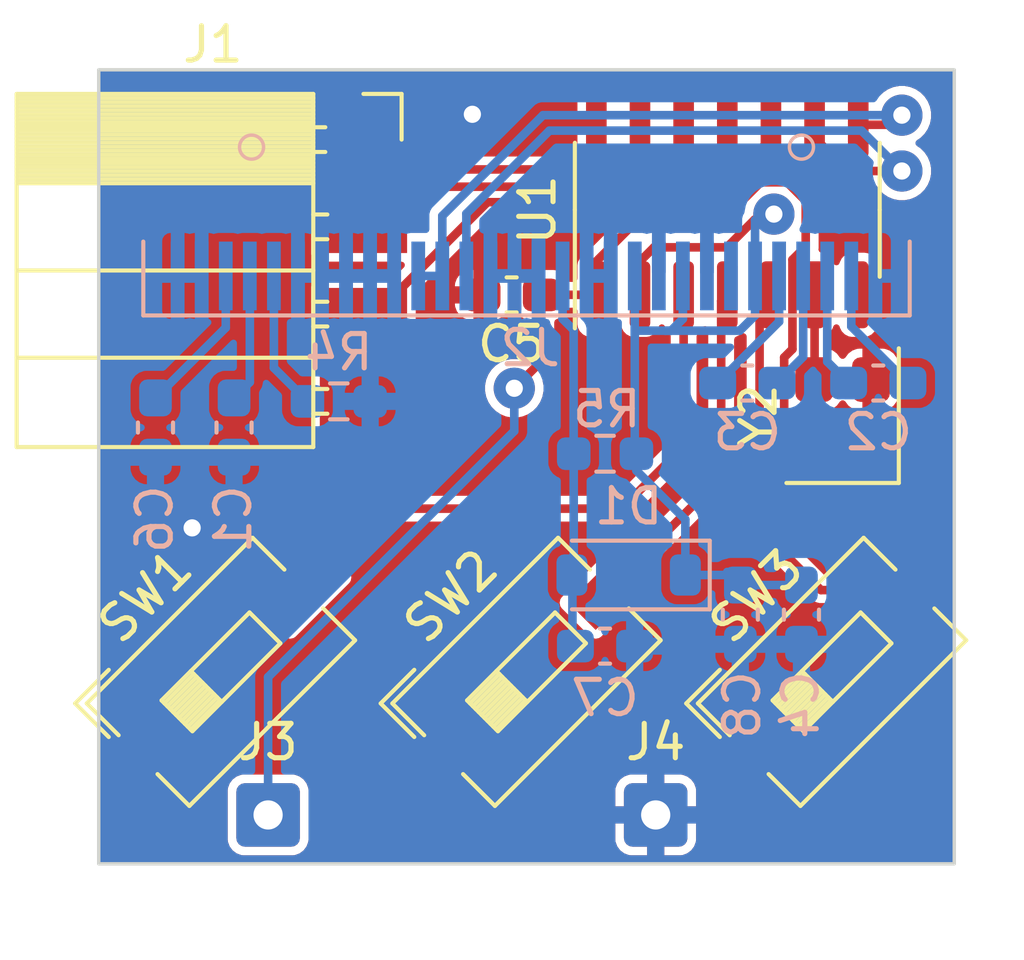
<source format=kicad_pcb>
(kicad_pcb (version 20241229) (generator "pcbnew") (generator_version "9.0")
  (layers (0 "F.Cu" signal) (2 "B.Cu" signal) (13 "F.Paste" user) (15 "B.Paste" user) (5 "F.SilkS" user "F.Silkscreen") (7 "B.SilkS" user "B.Silkscreen") (1 "F.Mask" user) (3 "B.Mask" user) (25 "Edge.Cuts" user))
  (net 0 "")
  (net 1 "VCC")
  (net 2 "Net-(J2-Pin_27)")
  (net 3 "VCCQ")
  (net 4 "Net-(J2-Pin_3)")
  (net 5 "Net-(J2-Pin_2)")
  (net 6 "Net-(J2-Pin_4)")
  (net 7 "Net-(J2-Pin_5)")
  (net 8 "Net-(J2-Pin_28)")
  (net 9 "GND")
  (net 10 "Net-(D1-A)")
  (net 11 "Net-(U1-PB3)")
  (net 12 "Net-(J1-Pin_1)")
  (net 13 "Net-(J1-Pin_2)")
  (net 14 "Net-(J1-Pin_3)")
  (net 15 "Net-(J2-Pin_19)")
  (net 16 "Net-(J2-Pin_26)")
  (net 18 "Net-(J2-Pin_18)")
  (net 19 "Net-(U1-PA5)")
  (net 20 "Net-(U1-PA6)")
  (net 21 "Net-(U1-PA7)")
  (footprint "Button_Switch_SMD:SW_DIP_SPSTx01_Slide_6.7x4.1mm_W6.73mm_P2.54mm_LowProfile_JPin" (layer "F.Cu") (at 146.812 95.758115 45)
    (property "Reference" "SW1" (at 0 -3.11 45) (layer "F.SilkS"))
    (property "Value" "SW_Push")
    (fp_line (start -3.65 -2.35) (end -2.267 -2.35) (stroke (width 0.12)) (layer "F.SilkS"))
    (fp_line (start -3.65 -2.35) (end -3.65 -0.967) (stroke (width 0.12)) (layer "F.SilkS"))
    (fp_line (start -3.41 -2.11) (end -3.410001 -0.8) (stroke (width 0.12)) (layer "F.SilkS"))
    (fp_line (start -3.41 -2.11) (end 3.41 -2.11) (stroke (width 0.12)) (layer "F.SilkS"))
    (fp_line (start -3.410001 0.8) (end -3.41 2.11) (stroke (width 0.12)) (layer "F.SilkS"))
    (fp_line (start -1.81 -0.635) (end -1.81 0.635) (stroke (width 0.12)) (layer "F.SilkS"))
    (fp_line (start -1.81 -0.515) (end -0.603333 -0.515) (stroke (width 0.12)) (layer "F.SilkS"))
    (fp_line (start -1.81 -0.395) (end -0.603333 -0.395) (stroke (width 0.12)) (layer "F.SilkS"))
    (fp_line (start -1.81 -0.275) (end -0.603332 -0.275) (stroke (width 0.12)) (layer "F.SilkS"))
    (fp_line (start -1.81 -0.155) (end -0.603332 -0.155) (stroke (width 0.12)) (layer "F.SilkS"))
    (fp_line (start -1.81 -0.035) (end -0.603333 -0.035) (stroke (width 0.12)) (layer "F.SilkS"))
    (fp_line (start -1.81 0.085) (end -0.603333 0.085) (stroke (width 0.12)) (layer "F.SilkS"))
    (fp_line (start -1.81 0.205) (end -0.603333 0.205) (stroke (width 0.12)) (layer "F.SilkS"))
    (fp_line (start -1.81 0.325) (end -0.603333 0.325) (stroke (width 0.12)) (layer "F.SilkS"))
    (fp_line (start -1.81 0.445) (end -0.603332 0.445) (stroke (width 0.12)) (layer "F.SilkS"))
    (fp_line (start -3.41 2.11) (end 3.41 2.11) (stroke (width 0.12)) (layer "F.SilkS"))
    (fp_line (start -1.81 0.565) (end -0.603333 0.565) (stroke (width 0.12)) (layer "F.SilkS"))
    (fp_line (start -0.603333 -0.635) (end -0.603333 0.635) (stroke (width 0.12)) (layer "F.SilkS"))
    (fp_line (start -1.81 0.635) (end 1.81 0.635) (stroke (width 0.12)) (layer "F.SilkS"))
    (fp_line (start 1.81 -0.635) (end -1.81 -0.635) (stroke (width 0.12)) (layer "F.SilkS"))
    (fp_line (start 3.41 -2.11) (end 3.410001 -0.8) (stroke (width 0.12)) (layer "F.SilkS"))
    (fp_line (start 1.81 0.635) (end 1.81 -0.635) (stroke (width 0.12)) (layer "F.SilkS"))
    (fp_line (start 3.410001 0.8) (end 3.41 2.11) (stroke (width 0.12)) (layer "F.SilkS"))
    (pad "1" smd rect (at -3.365 0 45) (size 2.16 1.12) (layers "F.Cu" "F.Mask" "F.Paste") (net 9 "GND"))
    (pad "2" smd rect (at 3.365 0 45) (size 2.16 1.12) (layers "F.Cu" "F.Mask" "F.Paste") (net 19 "Net-(U1-PA5)"))
  )
  (footprint "Button_Switch_SMD:SW_DIP_SPSTx01_Slide_6.7x4.1mm_W6.73mm_P2.54mm_LowProfile_JPin" (layer "F.Cu") (at 164.592 95.758115 45)
    (property "Reference" "SW3" (at 0 -3.11 45) (layer "F.SilkS"))
    (property "Value" "SW_Push")
    (fp_line (start -3.65 -2.35) (end -2.267 -2.35) (stroke (width 0.12)) (layer "F.SilkS"))
    (fp_line (start -3.65 -2.35) (end -3.65 -0.967) (stroke (width 0.12)) (layer "F.SilkS"))
    (fp_line (start -3.41 -2.11) (end -3.410001 -0.8) (stroke (width 0.12)) (layer "F.SilkS"))
    (fp_line (start -3.41 -2.11) (end 3.41 -2.11) (stroke (width 0.12)) (layer "F.SilkS"))
    (fp_line (start -3.410001 0.8) (end -3.41 2.11) (stroke (width 0.12)) (layer "F.SilkS"))
    (fp_line (start -1.81 -0.635) (end -1.81 0.635) (stroke (width 0.12)) (layer "F.SilkS"))
    (fp_line (start -1.81 -0.515) (end -0.603333 -0.515) (stroke (width 0.12)) (layer "F.SilkS"))
    (fp_line (start -1.81 -0.395) (end -0.603333 -0.395) (stroke (width 0.12)) (layer "F.SilkS"))
    (fp_line (start -1.81 -0.275) (end -0.603332 -0.275) (stroke (width 0.12)) (layer "F.SilkS"))
    (fp_line (start -1.81 -0.155) (end -0.603332 -0.155) (stroke (width 0.12)) (layer "F.SilkS"))
    (fp_line (start -1.81 -0.035) (end -0.603333 -0.035) (stroke (width 0.12)) (layer "F.SilkS"))
    (fp_line (start -1.81 0.085) (end -0.603333 0.085) (stroke (width 0.12)) (layer "F.SilkS"))
    (fp_line (start -1.81 0.205) (end -0.603333 0.205) (stroke (width 0.12)) (layer "F.SilkS"))
    (fp_line (start -1.81 0.325) (end -0.603333 0.325) (stroke (width 0.12)) (layer "F.SilkS"))
    (fp_line (start -1.81 0.445) (end -0.603332 0.445) (stroke (width 0.12)) (layer "F.SilkS"))
    (fp_line (start -3.41 2.11) (end 3.41 2.11) (stroke (width 0.12)) (layer "F.SilkS"))
    (fp_line (start -1.81 0.565) (end -0.603333 0.565) (stroke (width 0.12)) (layer "F.SilkS"))
    (fp_line (start -0.603333 -0.635) (end -0.603333 0.635) (stroke (width 0.12)) (layer "F.SilkS"))
    (fp_line (start -1.81 0.635) (end 1.81 0.635) (stroke (width 0.12)) (layer "F.SilkS"))
    (fp_line (start 1.81 -0.635) (end -1.81 -0.635) (stroke (width 0.12)) (layer "F.SilkS"))
    (fp_line (start 3.41 -2.11) (end 3.410001 -0.8) (stroke (width 0.12)) (layer "F.SilkS"))
    (fp_line (start 1.81 0.635) (end 1.81 -0.635) (stroke (width 0.12)) (layer "F.SilkS"))
    (fp_line (start 3.410001 0.8) (end 3.41 2.11) (stroke (width 0.12)) (layer "F.SilkS"))
    (pad "1" smd rect (at -3.365 0 45) (size 2.16 1.12) (layers "F.Cu" "F.Mask" "F.Paste") (net 9 "GND"))
    (pad "2" smd rect (at 3.365 0 45) (size 2.16 1.12) (layers "F.Cu" "F.Mask" "F.Paste") (net 21 "Net-(U1-PA7)"))
  )
  (footprint "Connector_Wire:SolderWire-0.25sqmm_1x01_D0.65mm_OD1.7mm" (layer "F.Cu") (at 159.4612 99.9236)
    (property "Reference" "J4" (at 0 -2.12 0) (layer "F.SilkS"))
    (property "Value" "Conn_01x01_Pin")
    (pad "1" thru_hole roundrect (at 0 0) (size 1.85 1.85) (drill 0.85) (layers "*.Cu" "*.Mask") (roundrect_rratio 0.135135) (net 9 "GND"))
  )
  (footprint "Connector_PinSocket_2.54mm:PinSocket_1x04_P2.54mm_Horizontal" (layer "F.Cu") (at 150.958 80.264)
    (property "Reference" "J1" (at -4.38 -2.77 0) (layer "F.SilkS"))
    (property "Value" "Conn_01x04")
    (fp_line (start -10.09 -1.33) (end -10.09 8.95) (stroke (width 0.12)) (layer "F.SilkS"))
    (fp_line (start -10.09 -1.33) (end -1.46 -1.33) (stroke (width 0.12)) (layer "F.SilkS"))
    (fp_line (start -10.09 -1.21) (end -1.46 -1.21) (stroke (width 0.12)) (layer "F.SilkS"))
    (fp_line (start -10.09 -1.091905) (end -1.46 -1.091905) (stroke (width 0.12)) (layer "F.SilkS"))
    (fp_line (start -10.09 -0.97381) (end -1.46 -0.97381) (stroke (width 0.12)) (layer "F.SilkS"))
    (fp_line (start -10.09 -0.855715) (end -1.46 -0.855715) (stroke (width 0.12)) (layer "F.SilkS"))
    (fp_line (start -10.09 -0.73762) (end -1.46 -0.73762) (stroke (width 0.12)) (layer "F.SilkS"))
    (fp_line (start -10.09 -0.619525) (end -1.46 -0.619525) (stroke (width 0.12)) (layer "F.SilkS"))
    (fp_line (start -10.09 -0.50143) (end -1.46 -0.50143) (stroke (width 0.12)) (layer "F.SilkS"))
    (fp_line (start -10.09 -0.383335) (end -1.46 -0.383335) (stroke (width 0.12)) (layer "F.SilkS"))
    (fp_line (start -10.09 -0.26524) (end -1.46 -0.26524) (stroke (width 0.12)) (layer "F.SilkS"))
    (fp_line (start -10.09 -0.147145) (end -1.46 -0.147145) (stroke (width 0.12)) (layer "F.SilkS"))
    (fp_line (start -10.09 -0.02905) (end -1.46 -0.02905) (stroke (width 0.12)) (layer "F.SilkS"))
    (fp_line (start -10.09 0.089045) (end -1.46 0.089045) (stroke (width 0.12)) (layer "F.SilkS"))
    (fp_line (start -10.09 0.20714) (end -1.46 0.20714) (stroke (width 0.12)) (layer "F.SilkS"))
    (fp_line (start -10.09 0.325235) (end -1.46 0.325235) (stroke (width 0.12)) (layer "F.SilkS"))
    (fp_line (start -10.09 0.44333) (end -1.46 0.44333) (stroke (width 0.12)) (layer "F.SilkS"))
    (fp_line (start -10.09 0.561425) (end -1.46 0.561425) (stroke (width 0.12)) (layer "F.SilkS"))
    (fp_line (start -10.09 0.67952) (end -1.46 0.67952) (stroke (width 0.12)) (layer "F.SilkS"))
    (fp_line (start -10.09 0.797615) (end -1.46 0.797615) (stroke (width 0.12)) (layer "F.SilkS"))
    (fp_line (start -10.09 0.91571) (end -1.46 0.91571) (stroke (width 0.12)) (layer "F.SilkS"))
    (fp_line (start -10.09 1.033805) (end -1.46 1.033805) (stroke (width 0.12)) (layer "F.SilkS"))
    (fp_line (start -10.09 1.1519) (end -1.46 1.1519) (stroke (width 0.12)) (layer "F.SilkS"))
    (fp_line (start -10.09 1.27) (end -1.46 1.27) (stroke (width 0.12)) (layer "F.SilkS"))
    (fp_line (start -10.09 3.81) (end -1.46 3.81) (stroke (width 0.12)) (layer "F.SilkS"))
    (fp_line (start -10.09 6.35) (end -1.46 6.35) (stroke (width 0.12)) (layer "F.SilkS"))
    (fp_line (start -10.09 8.95) (end -1.46 8.95) (stroke (width 0.12)) (layer "F.SilkS"))
    (fp_line (start -1.46 -1.33) (end -1.46 8.95) (stroke (width 0.12)) (layer "F.SilkS"))
    (fp_line (start -1.46 -0.36) (end -1.11 -0.36) (stroke (width 0.12)) (layer "F.SilkS"))
    (fp_line (start -1.46 0.36) (end -1.11 0.36) (stroke (width 0.12)) (layer "F.SilkS"))
    (fp_line (start -1.46 2.18) (end -1.05 2.18) (stroke (width 0.12)) (layer "F.SilkS"))
    (fp_line (start -1.46 2.9) (end -1.05 2.9) (stroke (width 0.12)) (layer "F.SilkS"))
    (fp_line (start -1.46 4.72) (end -1.05 4.72) (stroke (width 0.12)) (layer "F.SilkS"))
    (fp_line (start -1.46 5.44) (end -1.05 5.44) (stroke (width 0.12)) (layer "F.SilkS"))
    (fp_line (start -1.46 7.26) (end -1.05 7.26) (stroke (width 0.12)) (layer "F.SilkS"))
    (fp_line (start -1.46 7.98) (end -1.05 7.98) (stroke (width 0.12)) (layer "F.SilkS"))
    (fp_line (start 0 -1.33) (end 1.11 -1.33) (stroke (width 0.12)) (layer "F.SilkS"))
    (fp_line (start 1.11 -1.33) (end 1.11 0) (stroke (width 0.12)) (layer "F.SilkS"))
    (pad "1" smd rect (at 0 0) (size 2.54 1.524) (layers "F.Cu" "F.Mask" "F.Paste") (net 12 "Net-(J1-Pin_1)"))
    (pad "2" smd rect (at 0 2.54) (size 2.54 1.524) (layers "F.Cu" "F.Mask" "F.Paste") (net 13 "Net-(J1-Pin_2)"))
    (pad "3" smd rect (at 0 5.08) (size 2.54 1.524) (layers "F.Cu" "F.Mask" "F.Paste") (net 14 "Net-(J1-Pin_3)"))
    (pad "4" smd rect (at 0 7.62) (size 2.54 1.524) (layers "F.Cu" "F.Mask" "F.Paste") (net 9 "GND"))
  )
  (footprint "Connector_Wire:SolderWire-0.25sqmm_1x01_D0.65mm_OD1.7mm" (layer "F.Cu") (at 148.1836 99.9236)
    (property "Reference" "J3" (at 0 -2.12 0) (layer "F.SilkS"))
    (property "Value" "Conn_01x01_Pin")
    (pad "1" thru_hole roundrect (at 0 0) (size 1.85 1.85) (drill 0.85) (layers "*.Cu" "*.Mask") (roundrect_rratio 0.135135) (net 1 "VCC"))
  )
  (footprint "Package_SO:SOIC-14_3.9x8.7mm_P1.27mm" (layer "F.Cu") (at 161.544 82.3072 90)
    (property "Reference" "U1" (at 0 -5.525 90) (layer "F.SilkS"))
    (property "Value" "ATtiny1614-SS")
    (fp_line (start 0 -4.435) (end 1.95 -4.435) (stroke (width 0.12)) (layer "F.SilkS"))
    (fp_line (start 0 -4.435) (end -3.45 -4.435) (stroke (width 0.12)) (layer "F.SilkS"))
    (fp_line (start 0 4.435) (end 1.95 4.435) (stroke (width 0.12)) (layer "F.SilkS"))
    (fp_line (start 0 4.435) (end -1.95 4.435) (stroke (width 0.12)) (layer "F.SilkS"))
    (pad "1" smd roundrect (at -2.475 -3.81 90) (size 1.95 0.6) (layers "F.Cu" "F.Mask" "F.Paste") (net 1 "VCC"))
    (pad "2" smd roundrect (at -2.475 -2.54 90) (size 1.95 0.6) (layers "F.Cu" "F.Mask" "F.Paste") (net 3 "VCCQ"))
    (pad "3" smd roundrect (at -2.475 -1.27 90) (size 1.95 0.6) (layers "F.Cu" "F.Mask" "F.Paste") (net 19 "Net-(U1-PA5)"))
    (pad "4" smd roundrect (at -2.475 0 90) (size 1.95 0.6) (layers "F.Cu" "F.Mask" "F.Paste") (net 20 "Net-(U1-PA6)"))
    (pad "5" smd roundrect (at -2.475 1.27 90) (size 1.95 0.6) (layers "F.Cu" "F.Mask" "F.Paste") (net 21 "Net-(U1-PA7)"))
    (pad "6" smd roundrect (at -2.475 2.54 90) (size 1.95 0.6) (layers "F.Cu" "F.Mask" "F.Paste") (net 11 "Net-(U1-PB3)"))
    (pad "7" smd roundrect (at -2.475 3.81 90) (size 1.95 0.6) (layers "F.Cu" "F.Mask" "F.Paste"))
    (pad "8" smd roundrect (at 2.475 3.81 90) (size 1.95 0.6) (layers "F.Cu" "F.Mask" "F.Paste") (net 15 "Net-(J2-Pin_19)"))
    (pad "9" smd roundrect (at 2.475 2.54 90) (size 1.95 0.6) (layers "F.Cu" "F.Mask" "F.Paste") (net 18 "Net-(J2-Pin_18)"))
    (pad "10" smd roundrect (at 2.475 1.27 90) (size 1.95 0.6) (layers "F.Cu" "F.Mask" "F.Paste") (net 14 "Net-(J1-Pin_3)"))
    (pad "11" smd roundrect (at 2.475 0 90) (size 1.95 0.6) (layers "F.Cu" "F.Mask" "F.Paste") (net 13 "Net-(J1-Pin_2)"))
    (pad "12" smd roundrect (at 2.475 -1.27 90) (size 1.95 0.6) (layers "F.Cu" "F.Mask" "F.Paste") (net 12 "Net-(J1-Pin_1)"))
    (pad "13" smd roundrect (at 2.475 -2.54 90) (size 1.95 0.6) (layers "F.Cu" "F.Mask" "F.Paste"))
    (pad "14" smd roundrect (at 2.475 -3.81 90) (size 1.95 0.6) (layers "F.Cu" "F.Mask" "F.Paste") (net 9 "GND"))
  )
  (footprint "Capacitor_SMD:C_0603_1608Metric_Pad1.08x0.95mm_HandSolder" (layer "F.Cu") (at 155.2702 84.7852 180)
    (property "Reference" "C5" (at 0 -1.43 0) (layer "F.SilkS"))
    (property "Value" "1u")
    (fp_line (start -0.146267 0.51) (end 0.146267 0.51) (stroke (width 0.12)) (layer "F.SilkS"))
    (fp_line (start -0.146267 -0.51) (end 0.146267 -0.51) (stroke (width 0.12)) (layer "F.SilkS"))
    (pad "1" smd roundrect (at -0.8625 0 180) (size 1.075 0.95) (layers "F.Cu" "F.Mask" "F.Paste") (net 1 "VCC"))
    (pad "2" smd roundrect (at 0.8625 0 180) (size 1.075 0.95) (layers "F.Cu" "F.Mask" "F.Paste") (net 9 "GND"))
  )
  (footprint "Oscillator:Oscillator_SMD_Abracon_ASE-4Pin_3.2x2.5mm" (layer "F.Cu") (at 164.9 88.3 90)
    (property "Reference" "Y2" (at 0 -2.45 90) (layer "F.SilkS"))
    (property "Value" "ECS-327TXO-30")
    (fp_line (start -1.96 -1.635) (end -1.96 1.635) (stroke (width 0.12)) (layer "F.SilkS"))
    (fp_line (start -1.96 1.635) (end 1.96 1.635) (stroke (width 0.12)) (layer "F.SilkS"))
    (pad "1" smd roundrect (at -1.05 0.825 90) (size 1.3 1.1) (layers "F.Cu" "F.Mask" "F.Paste") (roundrect_rratio 0.227273) (net 1 "VCC"))
    (pad "2" smd roundrect (at 1.05 0.825 90) (size 1.3 1.1) (layers "F.Cu" "F.Mask" "F.Paste") (roundrect_rratio 0.227273) (net 9 "GND"))
    (pad "3" smd roundrect (at 1.05 -0.825 90) (size 1.3 1.1) (layers "F.Cu" "F.Mask" "F.Paste") (roundrect_rratio 0.227273) (net 11 "Net-(U1-PB3)"))
    (pad "4" smd roundrect (at -1.05 -0.825 90) (size 1.3 1.1) (layers "F.Cu" "F.Mask" "F.Paste") (roundrect_rratio 0.227273) (net 1 "VCC"))
  )
  (footprint "Button_Switch_SMD:SW_DIP_SPSTx01_Slide_6.7x4.1mm_W6.73mm_P2.54mm_LowProfile_JPin" (layer "F.Cu") (at 155.702 95.758115 45)
    (property "Reference" "SW2" (at 0 -3.11 45) (layer "F.SilkS"))
    (property "Value" "SW_Push")
    (fp_line (start -3.65 -2.35) (end -2.267 -2.35) (stroke (width 0.12)) (layer "F.SilkS"))
    (fp_line (start -3.65 -2.35) (end -3.65 -0.967) (stroke (width 0.12)) (layer "F.SilkS"))
    (fp_line (start -3.41 -2.11) (end -3.410001 -0.8) (stroke (width 0.12)) (layer "F.SilkS"))
    (fp_line (start -3.41 -2.11) (end 3.41 -2.11) (stroke (width 0.12)) (layer "F.SilkS"))
    (fp_line (start -3.410001 0.8) (end -3.41 2.11) (stroke (width 0.12)) (layer "F.SilkS"))
    (fp_line (start -1.81 -0.635) (end -1.81 0.635) (stroke (width 0.12)) (layer "F.SilkS"))
    (fp_line (start -1.81 -0.515) (end -0.603333 -0.515) (stroke (width 0.12)) (layer "F.SilkS"))
    (fp_line (start -1.81 -0.395) (end -0.603333 -0.395) (stroke (width 0.12)) (layer "F.SilkS"))
    (fp_line (start -1.81 -0.275) (end -0.603332 -0.275) (stroke (width 0.12)) (layer "F.SilkS"))
    (fp_line (start -1.81 -0.155) (end -0.603332 -0.155) (stroke (width 0.12)) (layer "F.SilkS"))
    (fp_line (start -1.81 -0.035) (end -0.603333 -0.035) (stroke (width 0.12)) (layer "F.SilkS"))
    (fp_line (start -1.81 0.085) (end -0.603333 0.085) (stroke (width 0.12)) (layer "F.SilkS"))
    (fp_line (start -1.81 0.205) (end -0.603333 0.205) (stroke (width 0.12)) (layer "F.SilkS"))
    (fp_line (start -1.81 0.325) (end -0.603333 0.325) (stroke (width 0.12)) (layer "F.SilkS"))
    (fp_line (start -1.81 0.445) (end -0.603332 0.445) (stroke (width 0.12)) (layer "F.SilkS"))
    (fp_line (start -3.41 2.11) (end 3.41 2.11) (stroke (width 0.12)) (layer "F.SilkS"))
    (fp_line (start -1.81 0.565) (end -0.603333 0.565) (stroke (width 0.12)) (layer "F.SilkS"))
    (fp_line (start -0.603333 -0.635) (end -0.603333 0.635) (stroke (width 0.12)) (layer "F.SilkS"))
    (fp_line (start -1.81 0.635) (end 1.81 0.635) (stroke (width 0.12)) (layer "F.SilkS"))
    (fp_line (start 1.81 -0.635) (end -1.81 -0.635) (stroke (width 0.12)) (layer "F.SilkS"))
    (fp_line (start 3.41 -2.11) (end 3.410001 -0.8) (stroke (width 0.12)) (layer "F.SilkS"))
    (fp_line (start 1.81 0.635) (end 1.81 -0.635) (stroke (width 0.12)) (layer "F.SilkS"))
    (fp_line (start 3.410001 0.8) (end 3.41 2.11) (stroke (width 0.12)) (layer "F.SilkS"))
    (pad "1" smd rect (at -3.365 0 45) (size 2.16 1.12) (layers "F.Cu" "F.Mask" "F.Paste") (net 9 "GND"))
    (pad "2" smd rect (at 3.365 0 45) (size 2.16 1.12) (layers "F.Cu" "F.Mask" "F.Paste") (net 20 "Net-(U1-PA6)"))
  )
  (footprint "Capacitor_SMD:C_0603_1608Metric_Pad1.08x0.95mm_HandSolder" (layer "B.Cu") (at 144.907 88.646115 90)
    (property "Reference" "C6" (at -2.666885 -0.0254 90) (layer "B.SilkS") (effects (justify mirror)))
    (property "Value" "2u2")
    (fp_line (start -0.146267 -0.51) (end 0.146267 -0.51) (stroke (width 0.12)) (layer "B.SilkS"))
    (fp_line (start -0.146267 0.51) (end 0.146267 0.51) (stroke (width 0.12)) (layer "B.SilkS"))
    (pad "1" smd roundrect (at -0.8625 0 90) (size 1.075 0.95) (layers "B.Cu" "B.Mask" "B.Paste") (net 9 "GND"))
    (pad "2" smd roundrect (at 0.8625 0 90) (size 1.075 0.95) (layers "B.Cu" "B.Mask" "B.Paste") (net 8 "Net-(J2-Pin_28)"))
  )
  (footprint "Resistor_SMD:R_0603_1608Metric_Pad0.98x0.95mm_HandSolder" (layer "B.Cu") (at 150.241 87.884115 180)
    (property "Reference" "R4" (at 0 1.43 0) (layer "B.SilkS") (effects (justify mirror)))
    (property "Value" "910k")
    (fp_line (start -0.254724 0.5225) (end 0.254724 0.5225) (stroke (width 0.12)) (layer "B.SilkS"))
    (fp_line (start -0.254724 -0.5225) (end 0.254724 -0.5225) (stroke (width 0.12)) (layer "B.SilkS"))
    (pad "1" smd roundrect (at -0.9125 0 180) (size 0.975 0.95) (layers "B.Cu" "B.Mask" "B.Paste") (net 9 "GND"))
    (pad "2" smd roundrect (at 0.9125 0 180) (size 0.975 0.95) (layers "B.Cu" "B.Mask" "B.Paste") (net 16 "Net-(J2-Pin_26)"))
  )
  (footprint "Capacitor_SMD:C_0603_1608Metric_Pad1.08x0.95mm_HandSolder" (layer "B.Cu") (at 161.924 94.093365 -90)
    (property "Reference" "C8" (at 2.629835 -0.0518 90) (layer "B.SilkS") (effects (justify mirror)))
    (property "Value" "1u")
    (fp_line (start -0.146267 0.51) (end 0.146267 0.51) (stroke (width 0.12)) (layer "B.SilkS"))
    (fp_line (start -0.146267 -0.51) (end 0.146267 -0.51) (stroke (width 0.12)) (layer "B.SilkS"))
    (pad "1" smd roundrect (at -0.8625 0 270) (size 1.075 0.95) (layers "B.Cu" "B.Mask" "B.Paste") (net 3 "VCCQ"))
    (pad "2" smd roundrect (at 0.8625 0 270) (size 1.075 0.95) (layers "B.Cu" "B.Mask" "B.Paste") (net 9 "GND"))
  )
  (footprint "Capacitor_SMD:C_0603_1608Metric_Pad1.08x0.95mm_HandSolder" (layer "B.Cu") (at 147.193 88.646115 90)
    (property "Reference" "C1" (at -2.666885 -0.0254 90) (layer "B.SilkS") (effects (justify mirror)))
    (property "Value" "4u7")
    (fp_line (start -0.146267 -0.51) (end 0.146267 -0.51) (stroke (width 0.12)) (layer "B.SilkS"))
    (fp_line (start -0.146267 0.51) (end 0.146267 0.51) (stroke (width 0.12)) (layer "B.SilkS"))
    (pad "1" smd roundrect (at -0.8625 0 90) (size 1.075 0.95) (layers "B.Cu" "B.Mask" "B.Paste") (net 9 "GND"))
    (pad "2" smd roundrect (at 0.8625 0 90) (size 1.075 0.95) (layers "B.Cu" "B.Mask" "B.Paste") (net 2 "Net-(J2-Pin_27)"))
  )
  (footprint "Capacitor_SMD:C_0603_1608Metric_Pad1.08x0.95mm_HandSolder" (layer "B.Cu") (at 163.702 94.093365 -90)
    (property "Reference" "C4" (at 2.629835 0.0244 90) (layer "B.SilkS") (effects (justify mirror)))
    (property "Value" "1u")
    (fp_line (start -0.146267 0.51) (end 0.146267 0.51) (stroke (width 0.12)) (layer "B.SilkS"))
    (fp_line (start -0.146267 -0.51) (end 0.146267 -0.51) (stroke (width 0.12)) (layer "B.SilkS"))
    (pad "1" smd roundrect (at -0.8625 0 270) (size 1.075 0.95) (layers "B.Cu" "B.Mask" "B.Paste") (net 3 "VCCQ"))
    (pad "2" smd roundrect (at 0.8625 0 270) (size 1.075 0.95) (layers "B.Cu" "B.Mask" "B.Paste") (net 9 "GND"))
  )
  (footprint "Display:OLED-128O064D" (layer "B.Cu") (at 155.702 84.233115 180)
    (property "Reference" "J2" (at -0.105 -2.1 0) (layer "B.SilkS") (effects (justify mirror)))
    (property "Value" "Conn_01x30")
    (fp_line (start 11.15 -1.15) (end 11.15 1) (stroke (width 0.12)) (layer "B.SilkS"))
    (fp_line (start -11.15 1) (end -11.15 -1.15) (stroke (width 0.12)) (layer "B.SilkS"))
    (fp_line (start -11.15 -1.15) (end 11.15 -1.15) (stroke (width 0.12)) (layer "B.SilkS"))
    (fp_circle (center 8 3.75) (end 8.35 3.75) (stroke (width 0.1)) (fill no) (layer "B.SilkS"))
    (fp_circle (center -8 3.75) (end -7.65 3.75) (stroke (width 0.1)) (fill no) (layer "B.SilkS"))
    (pad "1" smd rect (at -10.15 0 180) (size 0.4 2) (layers "B.Cu" "B.Mask" "B.Paste") (net 9 "GND"))
    (pad "2" smd rect (at -9.45 0 180) (size 0.4 2) (layers "B.Cu" "B.Mask" "B.Paste") (net 5 "Net-(J2-Pin_2)"))
    (pad "3" smd rect (at -8.75 0 180) (size 0.4 2) (layers "B.Cu" "B.Mask" "B.Paste") (net 4 "Net-(J2-Pin_3)"))
    (pad "4" smd rect (at -8.05 0 180) (size 0.4 2) (layers "B.Cu" "B.Mask" "B.Paste") (net 6 "Net-(J2-Pin_4)"))
    (pad "5" smd rect (at -7.35 0 180) (size 0.4 2) (layers "B.Cu" "B.Mask" "B.Paste") (net 7 "Net-(J2-Pin_5)"))
    (pad "6" smd rect (at -6.65 0 180) (size 0.4 2) (layers "B.Cu" "B.Mask" "B.Paste") (net 3 "VCCQ"))
    (pad "7" smd rect (at -5.95 0 180) (size 0.4 2) (layers "B.Cu" "B.Mask" "B.Paste"))
    (pad "8" smd rect (at -5.25 0 180) (size 0.4 2) (layers "B.Cu" "B.Mask" "B.Paste") (net 9 "GND"))
    (pad "9" smd rect (at -4.55 0 180) (size 0.4 2) (layers "B.Cu" "B.Mask" "B.Paste") (net 3 "VCCQ"))
    (pad "10" smd rect (at -3.85 0 180) (size 0.4 2) (layers "B.Cu" "B.Mask" "B.Paste") (net 9 "GND"))
    (pad "11" smd rect (at -3.15 0 180) (size 0.4 2) (layers "B.Cu" "B.Mask" "B.Paste") (net 3 "VCCQ"))
    (pad "12" smd rect (at -2.45 0 180) (size 0.4 2) (layers "B.Cu" "B.Mask" "B.Paste") (net 9 "GND"))
    (pad "13" smd rect (at -1.75 0 180) (size 0.4 2) (layers "B.Cu" "B.Mask" "B.Paste") (net 9 "GND"))
    (pad "14" smd rect (at -1.05 0 180) (size 0.4 2) (layers "B.Cu" "B.Mask" "B.Paste") (net 10 "Net-(D1-A)"))
    (pad "15" smd rect (at -0.35 0 180) (size 0.4 2) (layers "B.Cu" "B.Mask" "B.Paste") (net 9 "GND"))
    (pad "16" smd rect (at 0.35 0 180) (size 0.4 2) (layers "B.Cu" "B.Mask" "B.Paste") (net 9 "GND"))
    (pad "17" smd rect (at 1.05 0 180) (size 0.4 2) (layers "B.Cu" "B.Mask" "B.Paste") (net 9 "GND"))
    (pad "18" smd rect (at 1.75 0 180) (size 0.4 2) (layers "B.Cu" "B.Mask" "B.Paste") (net 18 "Net-(J2-Pin_18)"))
    (pad "19" smd rect (at 2.45 0 180) (size 0.4 2) (layers "B.Cu" "B.Mask" "B.Paste") (net 15 "Net-(J2-Pin_19)"))
    (pad "20" smd rect (at 3.15 0 180) (size 0.4 2) (layers "B.Cu" "B.Mask" "B.Paste") (net 15 "Net-(J2-Pin_19)"))
    (pad "21" smd rect (at 3.85 0 180) (size 0.4 2) (layers "B.Cu" "B.Mask" "B.Paste") (net 9 "GND"))
    (pad "22" smd rect (at 4.55 0 180) (size 0.4 2) (layers "B.Cu" "B.Mask" "B.Paste") (net 9 "GND"))
    (pad "23" smd rect (at 5.25 0 180) (size 0.4 2) (layers "B.Cu" "B.Mask" "B.Paste") (net 9 "GND"))
    (pad "24" smd rect (at 5.95 0 180) (size 0.4 2) (layers "B.Cu" "B.Mask" "B.Paste") (net 9 "GND"))
    (pad "25" smd rect (at 6.65 0 180) (size 0.4 2) (layers "B.Cu" "B.Mask" "B.Paste") (net 9 "GND"))
    (pad "26" smd rect (at 7.35 0 180) (size 0.4 2) (layers "B.Cu" "B.Mask" "B.Paste") (net 16 "Net-(J2-Pin_26)"))
    (pad "27" smd rect (at 8.05 0 180) (size 0.4 2) (layers "B.Cu" "B.Mask" "B.Paste") (net 2 "Net-(J2-Pin_27)"))
    (pad "28" smd rect (at 8.75 0 180) (size 0.4 2) (layers "B.Cu" "B.Mask" "B.Paste") (net 8 "Net-(J2-Pin_28)"))
    (pad "29" smd rect (at 9.45 0 180) (size 0.4 2) (layers "B.Cu" "B.Mask" "B.Paste") (net 9 "GND"))
    (pad "30" smd rect (at 10.15 0 180) (size 0.4 2) (layers "B.Cu" "B.Mask" "B.Paste") (net 9 "GND"))
  )
  (footprint "Resistor_SMD:R_0603_1608Metric_Pad0.98x0.95mm_HandSolder" (layer "B.Cu") (at 157.988 89.408115 180)
    (property "Reference" "R5" (at -0.0508 1.295515 0) (layer "B.SilkS") (effects (justify mirror)))
    (property "Value" "4k7")
    (fp_line (start -0.254724 0.5225) (end 0.254724 0.5225) (stroke (width 0.12)) (layer "B.SilkS"))
    (fp_line (start -0.254724 -0.5225) (end 0.254724 -0.5225) (stroke (width 0.12)) (layer "B.SilkS"))
    (pad "1" smd roundrect (at -0.9125 0 180) (size 0.975 0.95) (layers "B.Cu" "B.Mask" "B.Paste") (net 3 "VCCQ"))
    (pad "2" smd roundrect (at 0.9125 0 180) (size 0.975 0.95) (layers "B.Cu" "B.Mask" "B.Paste") (net 10 "Net-(D1-A)"))
  )
  (footprint "Capacitor_SMD:C_0603_1608Metric_Pad1.08x0.95mm_HandSolder" (layer "B.Cu") (at 162.1271 87.3506)
    (property "Reference" "C3" (at 0 1.43 0) (layer "B.SilkS") (effects (justify mirror)))
    (property "Value" "1u")
    (fp_line (start -0.146267 -0.51) (end 0.146267 -0.51) (stroke (width 0.12)) (layer "B.SilkS"))
    (fp_line (start -0.146267 0.51) (end 0.146267 0.51) (stroke (width 0.12)) (layer "B.SilkS"))
    (pad "1" smd roundrect (at -0.8625 0) (size 1.075 0.95) (layers "B.Cu" "B.Mask" "B.Paste") (net 7 "Net-(J2-Pin_5)"))
    (pad "2" smd roundrect (at 0.8625 0) (size 1.075 0.95) (layers "B.Cu" "B.Mask" "B.Paste") (net 6 "Net-(J2-Pin_4)"))
  )
  (footprint "Capacitor_SMD:C_0603_1608Metric_Pad1.08x0.95mm_HandSolder" (layer "B.Cu") (at 157.987 95.008865 180)
    (property "Reference" "C7" (at 0 -1.511135 0) (layer "B.SilkS") (effects (justify mirror)))
    (property "Value" "10u")
    (fp_line (start -0.146267 0.51) (end 0.146267 0.51) (stroke (width 0.12)) (layer "B.SilkS"))
    (fp_line (start -0.146267 -0.51) (end 0.146267 -0.51) (stroke (width 0.12)) (layer "B.SilkS"))
    (pad "1" smd roundrect (at -0.8625 0 180) (size 1.075 0.95) (layers "B.Cu" "B.Mask" "B.Paste") (net 9 "GND"))
    (pad "2" smd roundrect (at 0.8625 0 180) (size 1.075 0.95) (layers "B.Cu" "B.Mask" "B.Paste") (net 10 "Net-(D1-A)"))
  )
  (footprint "Diode_SMD:D_SOD-123" (layer "B.Cu") (at 158.6738 92.9386 180)
    (property "Reference" "D1" (at 0 2 0) (layer "B.SilkS") (effects (justify mirror)))
    (property "Value" "1N4148W")
    (fp_line (start 1.65 1) (end -2.36 1) (stroke (width 0.12)) (layer "B.SilkS"))
    (fp_line (start 1.65 -1) (end -2.36 -1) (stroke (width 0.12)) (layer "B.SilkS"))
    (fp_line (start -2.36 -1) (end -2.36 1) (stroke (width 0.12)) (layer "B.SilkS"))
    (pad "1" smd roundrect (at -1.65 0 180) (size 0.9 1.2) (layers "B.Cu" "B.Mask" "B.Paste") (net 3 "VCCQ"))
    (pad "2" smd roundrect (at 1.65 0 180) (size 0.9 1.2) (layers "B.Cu" "B.Mask" "B.Paste") (net 10 "Net-(D1-A)"))
  )
  (footprint "Capacitor_SMD:C_0603_1608Metric_Pad1.08x0.95mm_HandSolder" (layer "B.Cu") (at 165.9371 87.3506)
    (property "Reference" "C2" (at 0 1.43 0) (layer "B.SilkS") (effects (justify mirror)))
    (property "Value" "1u")
    (fp_line (start -0.146267 -0.51) (end 0.146267 -0.51) (stroke (width 0.12)) (layer "B.SilkS"))
    (fp_line (start -0.146267 0.51) (end 0.146267 0.51) (stroke (width 0.12)) (layer "B.SilkS"))
    (pad "1" smd roundrect (at -0.8625 0) (size 1.075 0.95) (layers "B.Cu" "B.Mask" "B.Paste") (net 4 "Net-(J2-Pin_3)"))
    (pad "2" smd roundrect (at 0.8625 0) (size 1.075 0.95) (layers "B.Cu" "B.Mask" "B.Paste") (net 5 "Net-(J2-Pin_2)"))
  )
  (gr_rect (start 143.256 78.232) (end 168.148 101.346) (stroke (width 0.1)) (fill no) (layer "Edge.Cuts"))
  (segment (start 163.826 83.374) (end 163.44 83.76) (width 0.25) (layer "F.Cu") (net 1))
  (segment (start 156.1327 86.7167) (end 156.1327 84.7852) (width 0.25) (layer "F.Cu") (net 1))
  (segment (start 163.826 82.049551) (end 163.826 83.374) (width 0.25) (layer "F.Cu") (net 1))
  (segment (start 163.283562 81.507113) (end 163.826 82.049551) (width 0.25) (layer "F.Cu") (net 1))
  (segment (start 159.004601 82.5366) (end 161.486951 82.5366) (width 0.25) (layer "F.Cu") (net 1))
  (segment (start 163.44 83.76) (end 163.44 86.363486) (width 0.25) (layer "F.Cu") (net 1))
  (segment (start 163.199 88.474) (end 164.075 89.35) (width 0.25) (layer "F.Cu") (net 1))
  (segment (start 162.516438 81.507113) (end 163.283562 81.507113) (width 0.25) (layer "F.Cu") (net 1))
  (segment (start 157.734 83.807201) (end 159.004601 82.5366) (width 0.25) (layer "F.Cu") (net 1))
  (segment (start 163.44 86.363486) (end 163.199 86.604486) (width 0.25) (layer "F.Cu") (net 1))
  (segment (start 156.1357 84.7822) (end 156.1327 84.7852) (width 0.25) (layer "F.Cu") (net 1))
  (segment (start 161.486951 82.5366) (end 162.516438 81.507113) (width 0.25) (layer "F.Cu") (net 1))
  (segment (start 155.3464 87.503) (end 156.1327 86.7167) (width 0.25) (layer "F.Cu") (net 1))
  (segment (start 163.199 86.604486) (end 163.199 88.474) (width 0.25) (layer "F.Cu") (net 1))
  (segment (start 157.734 84.7822) (end 156.1357 84.7822) (width 0.25) (layer "F.Cu") (net 1))
  (segment (start 164.075 89.35) (end 165.725 89.35) (width 0.25) (layer "F.Cu") (net 1))
  (segment (start 157.734 84.7822) (end 157.734 83.807201) (width 0.25) (layer "F.Cu") (net 1))
  (via (at 155.3464 87.503) (size 1.2) (drill 0.5) (layers "F.Cu" "B.Cu") (net 1))
  (segment (start 148.1836 95.910515) (end 148.1836 99.9236) (width 0.25) (layer "B.Cu") (net 1))
  (segment (start 155.3464 88.747715) (end 148.1836 95.910515) (width 0.25) (layer "B.Cu") (net 1))
  (segment (start 155.3464 87.503) (end 155.3464 88.747715) (width 0.25) (layer "B.Cu") (net 1))
  (segment (start 147.652 87.324615) (end 147.193 87.783615) (width 0.25) (layer "B.Cu") (net 2))
  (segment (start 147.652 84.233115) (end 147.652 87.324615) (width 0.25) (layer "B.Cu") (net 2))
  (segment (start 159.411201 83.4) (end 159.004 83.807201) (width 0.25) (layer "F.Cu") (net 3))
  (segment (start 159.004 83.807201) (end 159.004 84.7822) (width 0.25) (layer "F.Cu") (net 3))
  (segment (start 162.9 82.433113) (end 162.737007 82.596106) (width 0.25) (layer "F.Cu") (net 3))
  (segment (start 162.737007 82.596106) (end 162.335349 82.596106) (width 0.25) (layer "F.Cu") (net 3))
  (segment (start 161.531455 83.4) (end 159.411201 83.4) (width 0.25) (layer "F.Cu") (net 3))
  (segment (start 162.335349 82.596106) (end 161.531455 83.4) (width 0.25) (layer "F.Cu") (net 3))
  (via (at 162.9 82.433113) (size 1.2) (drill 0.5) (layers "F.Cu" "B.Cu") (net 3))
  (segment (start 161.543 92.849865) (end 161.924 93.230865) (width 0.25) (layer "B.Cu") (net 3))
  (segment (start 162.352 82.612757) (end 162.352 84.233115) (width 0.25) (layer "B.Cu") (net 3))
  (segment (start 162.352 85.383115) (end 162.352 84.233115) (width 0.25) (layer "B.Cu") (net 3))
  (segment (start 160.252 85.483115) (end 160.252 84.233115) (width 0.25) (layer "B.Cu") (net 3))
  (segment (start 158.852 85.8266) (end 159.7406 85.8266) (width 0.25) (layer "B.Cu") (net 3))
  (segment (start 161.631735 92.9386) (end 161.924 93.230865) (width 0.25) (layer "B.Cu") (net 3))
  (segment (start 158.852 89.359615) (end 158.9005 89.408115) (width 0.25) (layer "B.Cu") (net 3))
  (segment (start 162.9 82.433113) (end 162.531644 82.433113) (width 0.25) (layer "B.Cu") (net 3))
  (segment (start 160.3238 91.3238) (end 160.3238 92.9386) (width 0.25) (layer "B.Cu") (net 3))
  (segment (start 158.852 84.233115) (end 158.852 85.8266) (width 0.25) (layer "B.Cu") (net 3))
  (segment (start 159.908515 85.8266) (end 160.252 85.483115) (width 0.25) (layer "B.Cu") (net 3))
  (segment (start 160.3238 92.9386) (end 161.631735 92.9386) (width 0.25) (layer "B.Cu") (net 3))
  (segment (start 158.852 85.8266) (end 158.852 89.359615) (width 0.25) (layer "B.Cu") (net 3))
  (segment (start 159.7406 85.8266) (end 161.908515 85.8266) (width 0.25) (layer "B.Cu") (net 3))
  (segment (start 162.531644 82.433113) (end 162.352 82.612757) (width 0.25) (layer "B.Cu") (net 3))
  (segment (start 158.9005 89.9005) (end 160.3238 91.3238) (width 0.25) (layer "B.Cu") (net 3))
  (segment (start 163.702 93.230865) (end 161.924 93.230865) (width 0.25) (layer "B.Cu") (net 3))
  (segment (start 161.908515 85.8266) (end 162.352 85.383115) (width 0.25) (layer "B.Cu") (net 3))
  (segment (start 158.9005 89.408115) (end 158.9005 89.9005) (width 0.25) (layer "B.Cu") (net 3))
  (segment (start 159.7406 85.8266) (end 159.908515 85.8266) (width 0.25) (layer "B.Cu") (net 3))
  (segment (start 164.452 84.233115) (end 164.452 86.728) (width 0.25) (layer "B.Cu") (net 4))
  (segment (start 164.452 86.728) (end 165.0746 87.3506) (width 0.25) (layer "B.Cu") (net 4))
  (segment (start 165.152 84.233115) (end 165.152 85.703) (width 0.25) (layer "B.Cu") (net 5))
  (segment (start 165.152 85.703) (end 166.7996 87.3506) (width 0.25) (layer "B.Cu") (net 5))
  (segment (start 163.752 84.233115) (end 163.752 86.5882) (width 0.25) (layer "B.Cu") (net 6))
  (segment (start 163.752 86.5882) (end 162.9896 87.3506) (width 0.25) (layer "B.Cu") (net 6))
  (segment (start 163.052 85.5632) (end 161.2646 87.3506) (width 0.25) (layer "B.Cu") (net 7))
  (segment (start 163.052 84.233115) (end 163.052 85.5632) (width 0.25) (layer "B.Cu") (net 7))
  (segment (start 146.952 85.738615) (end 144.907 87.783615) (width 0.25) (layer "B.Cu") (net 8))
  (segment (start 146.952 84.233115) (end 146.952 85.738615) (width 0.25) (layer "B.Cu") (net 8))
  (via (at 154.1272 79.5274) (size 1.2) (drill 0.5) (layers "F.Cu" "B.Cu") (net 9))
  (via (at 145.9738 91.567) (size 1.2) (drill 0.5) (layers "F.Cu" "B.Cu") (net 9))
  (segment (start 156.752 85.483115) (end 157.0736 85.804715) (width 0.25) (layer "B.Cu") (net 10))
  (segment (start 157.038 92.6998) (end 157.0755 92.6623) (width 0.25) (layer "B.Cu") (net 10))
  (segment (start 156.752 84.233115) (end 156.752 85.483115) (width 0.25) (layer "B.Cu") (net 10))
  (segment (start 157.0755 92.6623) (end 157.0755 89.408115) (width 0.25) (layer "B.Cu") (net 10))
  (segment (start 157.038 92.849865) (end 157.038 94.922365) (width 0.25) (layer "B.Cu") (net 10))
  (segment (start 157.038 92.849865) (end 157.038 92.6998) (width 0.25) (layer "B.Cu") (net 10))
  (segment (start 157.0736 89.406215) (end 157.0755 89.408115) (width 0.25) (layer "B.Cu") (net 10))
  (segment (start 157.0736 85.804715) (end 157.0736 89.406215) (width 0.25) (layer "B.Cu") (net 10))
  (segment (start 157.038 94.922365) (end 157.1245 95.008865) (width 0.25) (layer "B.Cu") (net 10))
  (segment (start 164.084 87.184) (end 164.125 87.225) (width 0.25) (layer "F.Cu") (net 11))
  (segment (start 164.084 84.7822) (end 164.084 87.184) (width 0.25) (layer "F.Cu") (net 11))
  (segment (start 159.948999 81.1322) (end 160.274 80.807199) (width 0.25) (layer "F.Cu") (net 12))
  (segment (start 151.8262 81.1322) (end 159.948999 81.1322) (width 0.25) (layer "F.Cu") (net 12))
  (segment (start 150.958 80.264) (end 151.8262 81.1322) (width 0.25) (layer "F.Cu") (net 12))
  (segment (start 160.274 80.807199) (end 160.274 79.8322) (width 0.25) (layer "F.Cu") (net 12))
  (segment (start 160.5534 81.6356) (end 161.544 80.645) (width 0.25) (layer "F.Cu") (net 13))
  (segment (start 150.958 82.804) (end 152.1264 81.6356) (width 0.25) (layer "F.Cu") (net 13))
  (segment (start 152.1264 81.6356) (end 160.5534 81.6356) (width 0.25) (layer "F.Cu") (net 13))
  (segment (start 161.544 80.645) (end 161.544 79.8322) (width 0.25) (layer "F.Cu") (net 13))
  (segment (start 154.5662 82.0856) (end 160.967 82.0856) (width 0.25) (layer "F.Cu") (net 14))
  (segment (start 160.967 82.0856) (end 162.814 80.2386) (width 0.25) (layer "F.Cu") (net 14))
  (segment (start 162.814 80.2386) (end 162.814 79.8322) (width 0.25) (layer "F.Cu") (net 14))
  (segment (start 151.3078 85.344) (end 154.5662 82.0856) (width 0.25) (layer "F.Cu") (net 14))
  (segment (start 150.958 85.344) (end 151.3078 85.344) (width 0.25) (layer "F.Cu") (net 14))
  (segment (start 166.3446 79.8322) (end 166.624 79.5528) (width 0.25) (layer "F.Cu") (net 15))
  (segment (start 165.354 79.8322) (end 166.3446 79.8322) (width 0.25) (layer "F.Cu") (net 15))
  (via (at 166.624 79.5528) (size 1.2) (drill 0.5) (layers "F.Cu" "B.Cu") (net 15))
  (segment (start 153.252 84.233115) (end 152.552 84.233115) (width 0.25) (layer "B.Cu") (net 15))
  (segment (start 166.624 79.5528) (end 156.183204 79.5528) (width 0.25) (layer "B.Cu") (net 15))
  (segment (start 156.183204 79.5528) (end 153.252 82.484004) (width 0.25) (layer "B.Cu") (net 15))
  (segment (start 153.252 82.484004) (end 153.252 84.233115) (width 0.25) (layer "B.Cu") (net 15))
  (segment (start 148.352 84.233115) (end 148.352 86.907615) (width 0.25) (layer "B.Cu") (net 16))
  (segment (start 148.352 86.907615) (end 149.3285 87.884115) (width 0.25) (layer "B.Cu") (net 16))
  (segment (start 165.049292 81.1784) (end 164.084 80.213108) (width 0.25) (layer "F.Cu") (net 18))
  (segment (start 166.624 81.1784) (end 165.049292 81.1784) (width 0.25) (layer "F.Cu") (net 18))
  (segment (start 164.084 80.213108) (end 164.084 79.8322) (width 0.25) (layer "F.Cu") (net 18))
  (via (at 166.624 81.1784) (size 1.2) (drill 0.5) (layers "F.Cu" "B.Cu") (net 18))
  (segment (start 153.952 82.4204) (end 153.952 84.233115) (width 0.25) (layer "B.Cu") (net 18))
  (segment (start 166.624 81.1784) (end 165.4484 80.0028) (width 0.25) (layer "B.Cu") (net 18))
  (segment (start 165.4484 80.0028) (end 156.3696 80.0028) (width 0.25) (layer "B.Cu") (net 18))
  (segment (start 156.3696 80.0028) (end 153.952 82.4204) (width 0.25) (layer "B.Cu") (net 18))
  (segment (start 160.274 89.197935) (end 160.274 84.7822) (width 0.25) (layer "F.Cu") (net 19))
  (segment (start 158.463735 91.0082) (end 160.274 89.197935) (width 0.25) (layer "F.Cu") (net 19))
  (segment (start 149.191414 93.378701) (end 151.561915 91.0082) (width 0.25) (layer "F.Cu") (net 19))
  (segment (start 151.561915 91.0082) (end 158.463735 91.0082) (width 0.25) (layer "F.Cu") (net 19))
  (segment (start 161.3662 90.093915) (end 161.3662 84.96) (width 0.25) (layer "F.Cu") (net 20))
  (segment (start 158.081414 93.378701) (end 161.3662 90.093915) (width 0.25) (layer "F.Cu") (net 20))
  (segment (start 161.3662 84.96) (end 161.544 84.7822) (width 0.25) (layer "F.Cu") (net 20))
  (segment (start 166.971414 93.378701) (end 164.270101 93.378701) (width 0.25) (layer "F.Cu") (net 21))
  (segment (start 164.270101 93.378701) (end 162.4838 91.5924) (width 0.25) (layer "F.Cu") (net 21))
  (segment (start 162.4838 91.5924) (end 162.4838 85.1124) (width 0.25) (layer "F.Cu") (net 21))
  (segment (start 162.4838 85.1124) (end 162.814 84.7822) (width 0.25) (layer "F.Cu") (net 21))
  (zone (net 9) (net_name "GND") (layers "F.Cu" "B.Cu") (connect_pads (clearance 0.25)) (min_thickness 0.2) (fill yes (thermal_gap 0.25) (thermal_bridge_width 0.5))
    (polygon (pts (xy 170.18 76.2) (xy 170.18 104.14) (xy 140.97 104.14) (xy 140.97 76.2)))
  )
)
</source>
